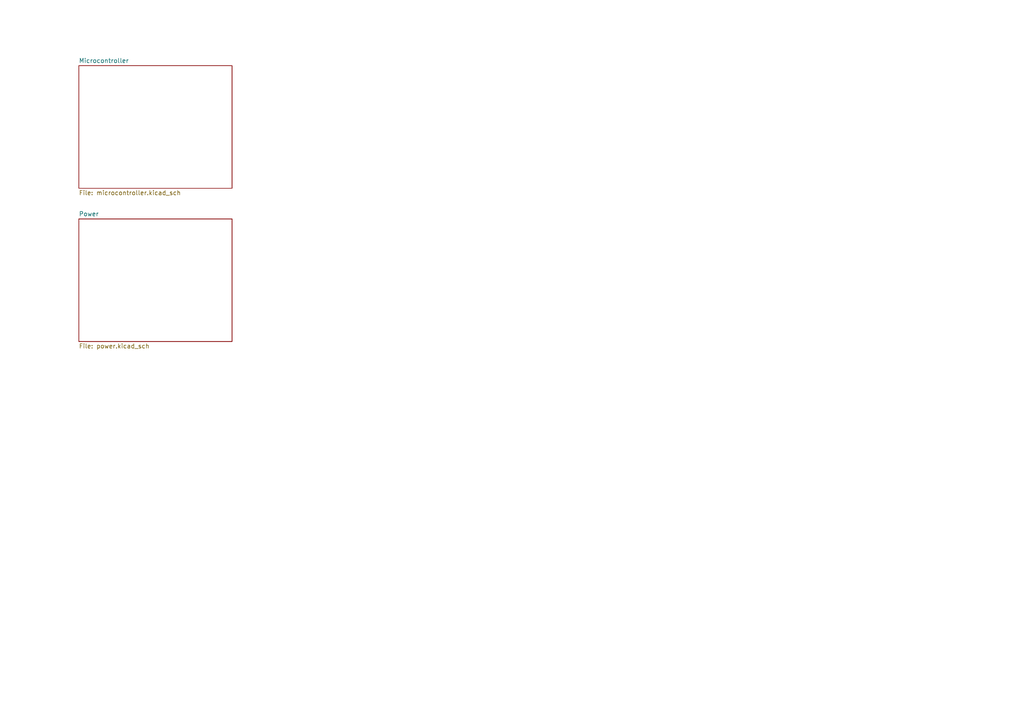
<source format=kicad_sch>
(kicad_sch (version 20230121) (generator eeschema)
  (paper "A4")
  (lib_symbols)
  (sheet (at 22.86 63.5) (size 44.45 35.56) (stroke (width 0.1524))
    (property "Sheetname" "Power" (at 22.86 62.7884 0) (effects (justify left bottom)))
    (property "Sheetfile" "power.kicad_sch" (at 22.86 99.6446 0) (effects (justify left top)))
  )
  (sheet (at 22.86 19.05) (size 44.45 35.56) (stroke (width 0.1524))
    (property "Sheetname" "Microcontroller" (at 22.86 18.3384 0) (effects (justify left bottom)))
    (property "Sheetfile" "microcontroller.kicad_sch" (at 22.86 55.1946 0) (effects (justify left top)))
  )
)
</source>
